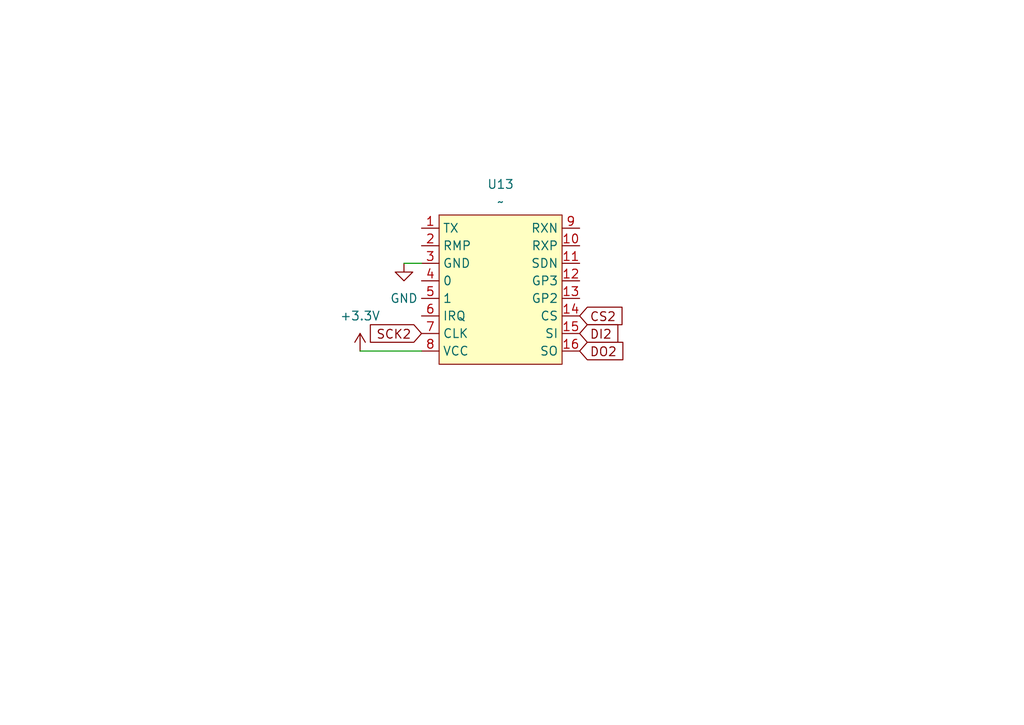
<source format=kicad_sch>
(kicad_sch (version 20250114) (generator "eeschema") (generator_version "9.0")
  (paper "User" 148.082 104.902)
  (title_block (title "ARC-link"))
  (lib_symbols
    (symbol "HC-12_ARC-link:HC-12_ARC-link"
      (property "Reference" "U" (at 0 0 0))
      (symbol "HC-12_ARC-link_0_1"
        (rectangle (start -8.8899 10.795) (end 8.8899 -10.795) (fill (type background)))
      )
      (symbol "HC-12_ARC-link_1_1"
        (pin input line (at -11.43 8.89 0) (length 2.54) (name "TX") (number "1"))
        (pin input line (at -11.43 6.35 0) (length 2.54) (name "RMP") (number "2"))
        (pin input line (at -11.43 3.81 0) (length 2.54) (name "GND") (number "3"))
        (pin input line (at -11.43 1.27 0) (length 2.54) (name "0") (number "4"))
        (pin input line (at -11.43 -1.27 0) (length 2.54) (name "1") (number "5"))
        (pin input line (at -11.43 -3.81 0) (length 2.54) (name "IRQ") (number "6"))
        (pin input line (at -11.43 -6.35 0) (length 2.54) (name "CLK") (number "7"))
        (pin input line (at -11.43 -8.89 0) (length 2.54) (name "VCC") (number "8"))
        (pin input line (at 11.43 8.89 180) (length 2.54) (name "RXN") (number "9"))
        (pin input line (at 11.43 6.35 180) (length 2.54) (name "RXP") (number "10"))
        (pin input line (at 11.43 3.81 180) (length 2.54) (name "SDN") (number "11"))
        (pin input line (at 11.43 1.27 180) (length 2.54) (name "GP3") (number "12"))
        (pin input line (at 11.43 -1.27 180) (length 2.54) (name "GP2") (number "13"))
        (pin input line (at 11.43 -3.81 180) (length 2.54) (name "CS") (number "14"))
        (pin input line (at 11.43 -6.35 180) (length 2.54) (name "SI") (number "15"))
        (pin input line (at 11.43 -8.89 180) (length 2.54) (name "SO") (number "16"))
      )
    )
    (symbol "power:+3.3V" (power) (pin_numbers (hide yes)) (pin_names (offset 0) (hide yes))
      (property "Value" "+3.3V" (at 0 3.556 0))
      (symbol "+3.3V_0_1"
        (polyline (pts (xy -0.762 1.27) (xy 0 2.54)))
        (polyline (pts (xy 0 2.54) (xy 0.762 1.27)))
        (polyline (pts (xy 0 0) (xy 0 2.54)))
      )
      (symbol "+3.3V_1_1"
        (pin power_in line (at 0 0 90) (length 0) (name "~") (number "1"))
      )
    )
    (symbol "power:GND" (power) (pin_numbers (hide yes)) (pin_names (offset 0) (hide yes))
      (property "Value" "GND" (at 0 -3.81 0))
      (symbol "GND_0_1"
        (polyline (pts (xy 0 0) (xy 0 -1.27) (xy 1.27 -1.27) (xy 0 -2.54) (xy -1.27 -1.27) (xy 0 -1.27)))
      )
      (symbol "GND_1_1"
        (pin power_in line (at 0 0 270) (length 0) (name "~") (number "1"))
      )
    )
  )
  (wire (pts (xy 58.42 38.1) (xy 60.96 38.1)))
  (wire (pts (xy 52.07 50.8) (xy 60.96 50.8)))
  (global_label "CS2" (shape input) (at 83.82 45.72 0) (property "Intersheetrefs" "${INTERSHEET_REFS}" (effects (hide yes))))
  (global_label "DO2" (shape input) (at 83.82 50.8 0) (property "Intersheetrefs" "${INTERSHEET_REFS}" (effects (hide yes))))
  (global_label "SCK2" (shape input) (at 60.96 48.26 180) (property "Intersheetrefs" "${INTERSHEET_REFS}" (effects (hide yes))))
  (global_label "DI2" (shape input) (at 83.82 48.26 0) (property "Intersheetrefs" "${INTERSHEET_REFS}" (effects (hide yes))))
  (symbol (lib_id "power:+3.3V") (at 52.07 50.8 0) (unit 1)
    (property "Reference" "#PWR0102" (effects (hide yes)))
    (property "Value" "+3.3V" (at 52.07 45.72 0))
    (property "Description" "Power symbol creates a global label with name \"+3.3V\"" (effects (hide yes)))
  )
  (symbol (lib_id "power:GND") (at 58.42 38.1 0) (unit 1)
    (property "Reference" "#PWR0103" (effects (hide yes)))
    (property "Value" "GND" (at 58.42 43.18 0))
    (property "Description" "Power symbol creates a global label with name \"GND\" , ground" (effects (hide yes)))
  )
  (symbol (lib_id "HC-12_ARC-link:HC-12_ARC-link") (at 72.39 41.91 0) (unit 1)
    (property "Reference" "U13" (at 72.39 26.67 0))
    (property "Value" "~" (at 72.39 29.21 0))
    (property "Footprint" "HC-12_ARC-link:HC-12 ARC-link" (effects (hide yes)))
  )
)
</source>
